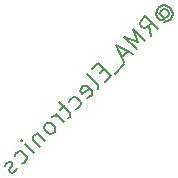
<source format=gbr>
G04 #@! TF.GenerationSoftware,KiCad,Pcbnew,5.1.5*
G04 #@! TF.CreationDate,2020-03-28T16:17:50-05:00*
G04 #@! TF.ProjectId,CavemanDAC,43617665-6d61-46e4-9441-432e6b696361,rev?*
G04 #@! TF.SameCoordinates,Original*
G04 #@! TF.FileFunction,Legend,Bot*
G04 #@! TF.FilePolarity,Positive*
%FSLAX46Y46*%
G04 Gerber Fmt 4.6, Leading zero omitted, Abs format (unit mm)*
G04 Created by KiCad (PCBNEW 5.1.5) date 2020-03-28 16:17:50*
%MOMM*%
%LPD*%
G04 APERTURE LIST*
%ADD10C,0.150000*%
G04 APERTURE END LIST*
D10*
X127636676Y-134312815D02*
X127636676Y-134211800D01*
X127687184Y-134060277D01*
X127788199Y-133959262D01*
X127939722Y-133908754D01*
X128040737Y-133908754D01*
X128192260Y-133959262D01*
X128293275Y-134060277D01*
X128343783Y-134211800D01*
X128343783Y-134312815D01*
X128293275Y-134464338D01*
X128192260Y-134565353D01*
X128040737Y-134615861D01*
X127939722Y-134615861D01*
X127535661Y-134211800D02*
X127939722Y-134615861D01*
X127939722Y-134716876D01*
X127889214Y-134767384D01*
X127737691Y-134817891D01*
X127586169Y-134767384D01*
X127333630Y-134514846D01*
X127283123Y-134262308D01*
X127333630Y-134009769D01*
X127485153Y-133757231D01*
X127737691Y-133605708D01*
X127990230Y-133555201D01*
X128242768Y-133605708D01*
X128495306Y-133757231D01*
X128646829Y-134009769D01*
X128697336Y-134262308D01*
X128646829Y-134514846D01*
X128495306Y-134767384D01*
X128242768Y-134918907D01*
X127990230Y-134969414D01*
X126828554Y-136131090D02*
X126677031Y-135272460D01*
X127434646Y-135524998D02*
X126373986Y-134464338D01*
X125969925Y-134868399D01*
X125919417Y-135019922D01*
X125919417Y-135120937D01*
X125969925Y-135272460D01*
X126121447Y-135423983D01*
X126272970Y-135474491D01*
X126373986Y-135474491D01*
X126525508Y-135423983D01*
X126929569Y-135019922D01*
X126373986Y-136585658D02*
X125313325Y-135524998D01*
X125717386Y-136636166D01*
X124606219Y-136232105D01*
X125666879Y-137292765D01*
X124909264Y-137444288D02*
X124404188Y-137949364D01*
X125313325Y-137646319D02*
X123899112Y-136939212D01*
X124606219Y-138353425D01*
X124606219Y-138555456D02*
X123798097Y-139363578D01*
X122888959Y-138959517D02*
X122535406Y-139313070D01*
X122939467Y-140020177D02*
X123444543Y-139515101D01*
X122383883Y-138454441D01*
X121878807Y-138959517D01*
X122333375Y-140626269D02*
X122383883Y-140474746D01*
X122333375Y-140323223D01*
X121424238Y-139414086D01*
X121474746Y-141383883D02*
X121626269Y-141333375D01*
X121828299Y-141131345D01*
X121878807Y-140979822D01*
X121828299Y-140828299D01*
X121424238Y-140424238D01*
X121272715Y-140373730D01*
X121121192Y-140424238D01*
X120919162Y-140626269D01*
X120868654Y-140777791D01*
X120919162Y-140929314D01*
X121020177Y-141030330D01*
X121626269Y-140626269D01*
X120515101Y-142343528D02*
X120666624Y-142293020D01*
X120868654Y-142090990D01*
X120919162Y-141939467D01*
X120919162Y-141838452D01*
X120868654Y-141686929D01*
X120565608Y-141383883D01*
X120414086Y-141333375D01*
X120313070Y-141333375D01*
X120161547Y-141383883D01*
X119959517Y-141585913D01*
X119909009Y-141737436D01*
X119555456Y-141989975D02*
X119151395Y-142394036D01*
X119050380Y-141787944D02*
X119959517Y-142697081D01*
X120010024Y-142848604D01*
X119959517Y-143000127D01*
X119858502Y-143101142D01*
X119504948Y-143454696D02*
X118797841Y-142747589D01*
X118999872Y-142949619D02*
X118848349Y-142899112D01*
X118747334Y-142899112D01*
X118595811Y-142949619D01*
X118494796Y-143050635D01*
X118696826Y-144262818D02*
X118747334Y-144111295D01*
X118747334Y-144010280D01*
X118696826Y-143858757D01*
X118393780Y-143555711D01*
X118242258Y-143505203D01*
X118141242Y-143505203D01*
X117989719Y-143555711D01*
X117838197Y-143707234D01*
X117787689Y-143858757D01*
X117787689Y-143959772D01*
X117838197Y-144111295D01*
X118141242Y-144414341D01*
X118292765Y-144464848D01*
X118393780Y-144464848D01*
X118545303Y-144414341D01*
X118696826Y-144262818D01*
X117181597Y-144363833D02*
X117888704Y-145070940D01*
X117282613Y-144464848D02*
X117181597Y-144464848D01*
X117030074Y-144515356D01*
X116878552Y-144666879D01*
X116828044Y-144818402D01*
X116878552Y-144969925D01*
X117434136Y-145525508D01*
X116929059Y-146030585D02*
X116221952Y-145323478D01*
X115868399Y-144969925D02*
X115969414Y-144969925D01*
X115969414Y-145070940D01*
X115868399Y-145070940D01*
X115868399Y-144969925D01*
X115969414Y-145070940D01*
X115918907Y-146939722D02*
X116070430Y-146889214D01*
X116272460Y-146687184D01*
X116322968Y-146535661D01*
X116322968Y-146434646D01*
X116272460Y-146283123D01*
X115969414Y-145980077D01*
X115817891Y-145929569D01*
X115716876Y-145929569D01*
X115565353Y-145980077D01*
X115363323Y-146182108D01*
X115312815Y-146333630D01*
X115514846Y-147343783D02*
X115464338Y-147495306D01*
X115262308Y-147697336D01*
X115110785Y-147747844D01*
X114959262Y-147697336D01*
X114908754Y-147646829D01*
X114858247Y-147495306D01*
X114908754Y-147343783D01*
X115060277Y-147192260D01*
X115110785Y-147040737D01*
X115060277Y-146889214D01*
X115009769Y-146838707D01*
X114858247Y-146788199D01*
X114706724Y-146838707D01*
X114555201Y-146990230D01*
X114504693Y-147141752D01*
M02*

</source>
